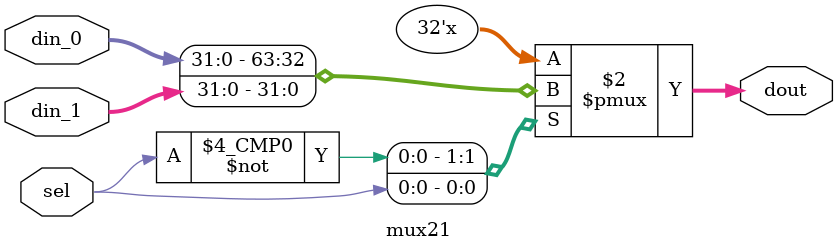
<source format=v>


module mux21 (
        input   sel,
        input   [31:0]  din_0,
        input   [31:0]  din_1,
        output reg [31:0]  dout
);

always @ (sel or din_0 or din_1)
begin
        case ( sel )
                1'b0: dout = din_0;
                1'b1: dout = din_1;
                default: dout = 0;
       endcase
end

endmodule

</source>
